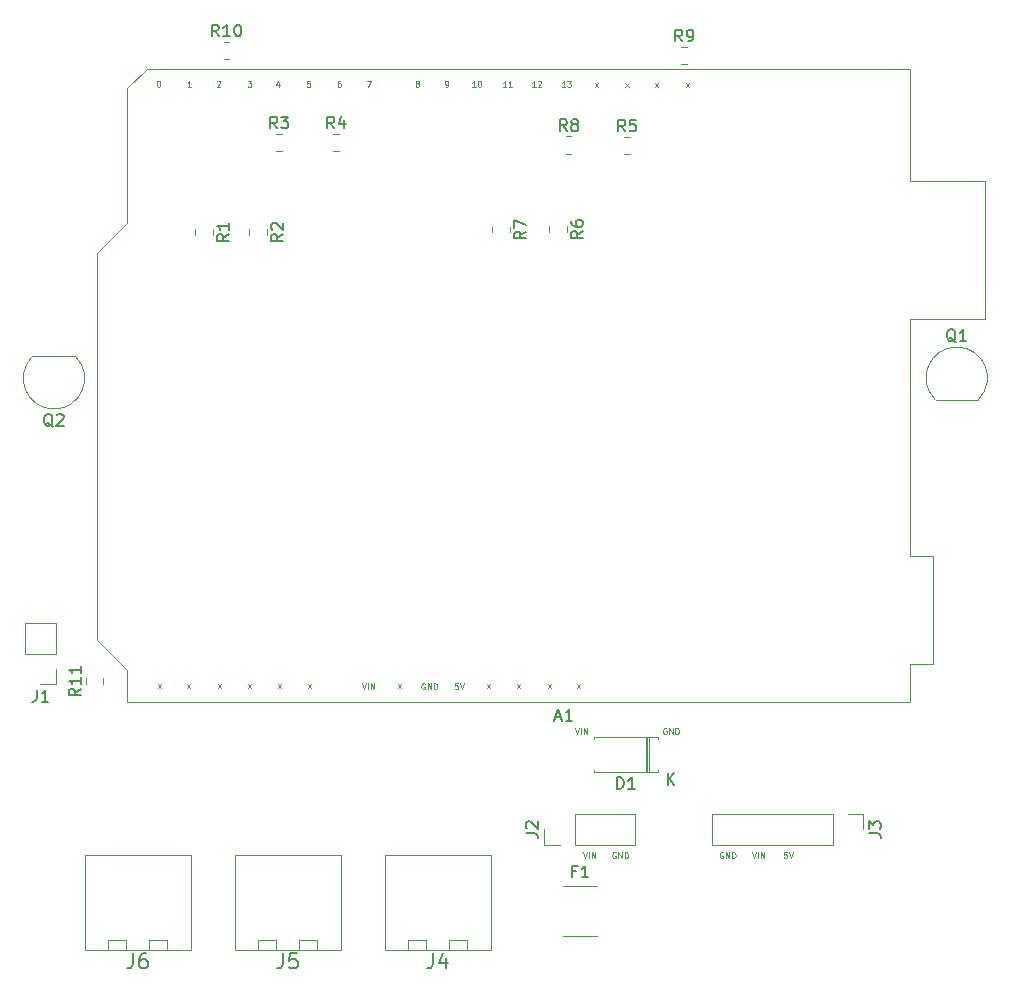
<source format=gbr>
%TF.GenerationSoftware,KiCad,Pcbnew,7.0.2*%
%TF.CreationDate,2023-04-27T19:49:05+02:00*%
%TF.ProjectId,CherrycountPCB,43686572-7279-4636-9f75-6e745043422e,rev?*%
%TF.SameCoordinates,Original*%
%TF.FileFunction,Legend,Top*%
%TF.FilePolarity,Positive*%
%FSLAX46Y46*%
G04 Gerber Fmt 4.6, Leading zero omitted, Abs format (unit mm)*
G04 Created by KiCad (PCBNEW 7.0.2) date 2023-04-27 19:49:05*
%MOMM*%
%LPD*%
G01*
G04 APERTURE LIST*
%ADD10C,0.100000*%
%ADD11C,0.150000*%
%ADD12C,0.120000*%
G04 APERTURE END LIST*
D10*
X144311428Y-66478809D02*
X144573333Y-66145476D01*
X144311428Y-66145476D02*
X144573333Y-66478809D01*
X107211428Y-117378809D02*
X107473333Y-117045476D01*
X107211428Y-117045476D02*
X107473333Y-117378809D01*
X116887619Y-116978809D02*
X117054285Y-117478809D01*
X117054285Y-117478809D02*
X117220952Y-116978809D01*
X117387618Y-117478809D02*
X117387618Y-116978809D01*
X117625713Y-117478809D02*
X117625713Y-116978809D01*
X117625713Y-116978809D02*
X117911427Y-117478809D01*
X117911427Y-117478809D02*
X117911427Y-116978809D01*
X99611428Y-117378809D02*
X99873333Y-117045476D01*
X99611428Y-117045476D02*
X99873333Y-117378809D01*
X112497142Y-65978809D02*
X112259047Y-65978809D01*
X112259047Y-65978809D02*
X112235238Y-66216904D01*
X112235238Y-66216904D02*
X112259047Y-66193095D01*
X112259047Y-66193095D02*
X112306666Y-66169285D01*
X112306666Y-66169285D02*
X112425714Y-66169285D01*
X112425714Y-66169285D02*
X112473333Y-66193095D01*
X112473333Y-66193095D02*
X112497142Y-66216904D01*
X112497142Y-66216904D02*
X112520952Y-66264523D01*
X112520952Y-66264523D02*
X112520952Y-66383571D01*
X112520952Y-66383571D02*
X112497142Y-66431190D01*
X112497142Y-66431190D02*
X112473333Y-66455000D01*
X112473333Y-66455000D02*
X112425714Y-66478809D01*
X112425714Y-66478809D02*
X112306666Y-66478809D01*
X112306666Y-66478809D02*
X112259047Y-66455000D01*
X112259047Y-66455000D02*
X112235238Y-66431190D01*
X142680952Y-120802619D02*
X142633333Y-120778809D01*
X142633333Y-120778809D02*
X142561904Y-120778809D01*
X142561904Y-120778809D02*
X142490476Y-120802619D01*
X142490476Y-120802619D02*
X142442857Y-120850238D01*
X142442857Y-120850238D02*
X142419047Y-120897857D01*
X142419047Y-120897857D02*
X142395238Y-120993095D01*
X142395238Y-120993095D02*
X142395238Y-121064523D01*
X142395238Y-121064523D02*
X142419047Y-121159761D01*
X142419047Y-121159761D02*
X142442857Y-121207380D01*
X142442857Y-121207380D02*
X142490476Y-121255000D01*
X142490476Y-121255000D02*
X142561904Y-121278809D01*
X142561904Y-121278809D02*
X142609523Y-121278809D01*
X142609523Y-121278809D02*
X142680952Y-121255000D01*
X142680952Y-121255000D02*
X142704761Y-121231190D01*
X142704761Y-121231190D02*
X142704761Y-121064523D01*
X142704761Y-121064523D02*
X142609523Y-121064523D01*
X142919047Y-121278809D02*
X142919047Y-120778809D01*
X142919047Y-120778809D02*
X143204761Y-121278809D01*
X143204761Y-121278809D02*
X143204761Y-120778809D01*
X143442857Y-121278809D02*
X143442857Y-120778809D01*
X143442857Y-120778809D02*
X143561905Y-120778809D01*
X143561905Y-120778809D02*
X143633333Y-120802619D01*
X143633333Y-120802619D02*
X143680952Y-120850238D01*
X143680952Y-120850238D02*
X143704762Y-120897857D01*
X143704762Y-120897857D02*
X143728571Y-120993095D01*
X143728571Y-120993095D02*
X143728571Y-121064523D01*
X143728571Y-121064523D02*
X143704762Y-121159761D01*
X143704762Y-121159761D02*
X143680952Y-121207380D01*
X143680952Y-121207380D02*
X143633333Y-121255000D01*
X143633333Y-121255000D02*
X143561905Y-121278809D01*
X143561905Y-121278809D02*
X143442857Y-121278809D01*
X134947619Y-120778809D02*
X135114285Y-121278809D01*
X135114285Y-121278809D02*
X135280952Y-120778809D01*
X135447618Y-121278809D02*
X135447618Y-120778809D01*
X135685713Y-121278809D02*
X135685713Y-120778809D01*
X135685713Y-120778809D02*
X135971427Y-121278809D01*
X135971427Y-121278809D02*
X135971427Y-120778809D01*
X149947619Y-131278809D02*
X150114285Y-131778809D01*
X150114285Y-131778809D02*
X150280952Y-131278809D01*
X150447618Y-131778809D02*
X150447618Y-131278809D01*
X150685713Y-131778809D02*
X150685713Y-131278809D01*
X150685713Y-131278809D02*
X150971427Y-131778809D01*
X150971427Y-131778809D02*
X150971427Y-131278809D01*
X109873333Y-66145476D02*
X109873333Y-66478809D01*
X109754285Y-65955000D02*
X109635238Y-66312142D01*
X109635238Y-66312142D02*
X109944761Y-66312142D01*
X139211428Y-66478809D02*
X139473333Y-66145476D01*
X139211428Y-66145476D02*
X139473333Y-66478809D01*
X135647619Y-131278809D02*
X135814285Y-131778809D01*
X135814285Y-131778809D02*
X135980952Y-131278809D01*
X136147618Y-131778809D02*
X136147618Y-131278809D01*
X136385713Y-131778809D02*
X136385713Y-131278809D01*
X136385713Y-131278809D02*
X136671427Y-131778809D01*
X136671427Y-131778809D02*
X136671427Y-131278809D01*
X122220952Y-117002619D02*
X122173333Y-116978809D01*
X122173333Y-116978809D02*
X122101904Y-116978809D01*
X122101904Y-116978809D02*
X122030476Y-117002619D01*
X122030476Y-117002619D02*
X121982857Y-117050238D01*
X121982857Y-117050238D02*
X121959047Y-117097857D01*
X121959047Y-117097857D02*
X121935238Y-117193095D01*
X121935238Y-117193095D02*
X121935238Y-117264523D01*
X121935238Y-117264523D02*
X121959047Y-117359761D01*
X121959047Y-117359761D02*
X121982857Y-117407380D01*
X121982857Y-117407380D02*
X122030476Y-117455000D01*
X122030476Y-117455000D02*
X122101904Y-117478809D01*
X122101904Y-117478809D02*
X122149523Y-117478809D01*
X122149523Y-117478809D02*
X122220952Y-117455000D01*
X122220952Y-117455000D02*
X122244761Y-117431190D01*
X122244761Y-117431190D02*
X122244761Y-117264523D01*
X122244761Y-117264523D02*
X122149523Y-117264523D01*
X122459047Y-117478809D02*
X122459047Y-116978809D01*
X122459047Y-116978809D02*
X122744761Y-117478809D01*
X122744761Y-117478809D02*
X122744761Y-116978809D01*
X122982857Y-117478809D02*
X122982857Y-116978809D01*
X122982857Y-116978809D02*
X123101905Y-116978809D01*
X123101905Y-116978809D02*
X123173333Y-117002619D01*
X123173333Y-117002619D02*
X123220952Y-117050238D01*
X123220952Y-117050238D02*
X123244762Y-117097857D01*
X123244762Y-117097857D02*
X123268571Y-117193095D01*
X123268571Y-117193095D02*
X123268571Y-117264523D01*
X123268571Y-117264523D02*
X123244762Y-117359761D01*
X123244762Y-117359761D02*
X123220952Y-117407380D01*
X123220952Y-117407380D02*
X123173333Y-117455000D01*
X123173333Y-117455000D02*
X123101905Y-117478809D01*
X123101905Y-117478809D02*
X122982857Y-117478809D01*
X130011428Y-117378809D02*
X130273333Y-117045476D01*
X130011428Y-117045476D02*
X130273333Y-117378809D01*
X112311428Y-117378809D02*
X112573333Y-117045476D01*
X112311428Y-117045476D02*
X112573333Y-117378809D01*
X121530476Y-66193095D02*
X121482857Y-66169285D01*
X121482857Y-66169285D02*
X121459047Y-66145476D01*
X121459047Y-66145476D02*
X121435238Y-66097857D01*
X121435238Y-66097857D02*
X121435238Y-66074047D01*
X121435238Y-66074047D02*
X121459047Y-66026428D01*
X121459047Y-66026428D02*
X121482857Y-66002619D01*
X121482857Y-66002619D02*
X121530476Y-65978809D01*
X121530476Y-65978809D02*
X121625714Y-65978809D01*
X121625714Y-65978809D02*
X121673333Y-66002619D01*
X121673333Y-66002619D02*
X121697142Y-66026428D01*
X121697142Y-66026428D02*
X121720952Y-66074047D01*
X121720952Y-66074047D02*
X121720952Y-66097857D01*
X121720952Y-66097857D02*
X121697142Y-66145476D01*
X121697142Y-66145476D02*
X121673333Y-66169285D01*
X121673333Y-66169285D02*
X121625714Y-66193095D01*
X121625714Y-66193095D02*
X121530476Y-66193095D01*
X121530476Y-66193095D02*
X121482857Y-66216904D01*
X121482857Y-66216904D02*
X121459047Y-66240714D01*
X121459047Y-66240714D02*
X121435238Y-66288333D01*
X121435238Y-66288333D02*
X121435238Y-66383571D01*
X121435238Y-66383571D02*
X121459047Y-66431190D01*
X121459047Y-66431190D02*
X121482857Y-66455000D01*
X121482857Y-66455000D02*
X121530476Y-66478809D01*
X121530476Y-66478809D02*
X121625714Y-66478809D01*
X121625714Y-66478809D02*
X121673333Y-66455000D01*
X121673333Y-66455000D02*
X121697142Y-66431190D01*
X121697142Y-66431190D02*
X121720952Y-66383571D01*
X121720952Y-66383571D02*
X121720952Y-66288333D01*
X121720952Y-66288333D02*
X121697142Y-66240714D01*
X121697142Y-66240714D02*
X121673333Y-66216904D01*
X121673333Y-66216904D02*
X121625714Y-66193095D01*
X104635238Y-66026428D02*
X104659047Y-66002619D01*
X104659047Y-66002619D02*
X104706666Y-65978809D01*
X104706666Y-65978809D02*
X104825714Y-65978809D01*
X104825714Y-65978809D02*
X104873333Y-66002619D01*
X104873333Y-66002619D02*
X104897142Y-66026428D01*
X104897142Y-66026428D02*
X104920952Y-66074047D01*
X104920952Y-66074047D02*
X104920952Y-66121666D01*
X104920952Y-66121666D02*
X104897142Y-66193095D01*
X104897142Y-66193095D02*
X104611428Y-66478809D01*
X104611428Y-66478809D02*
X104920952Y-66478809D01*
X147480952Y-131302619D02*
X147433333Y-131278809D01*
X147433333Y-131278809D02*
X147361904Y-131278809D01*
X147361904Y-131278809D02*
X147290476Y-131302619D01*
X147290476Y-131302619D02*
X147242857Y-131350238D01*
X147242857Y-131350238D02*
X147219047Y-131397857D01*
X147219047Y-131397857D02*
X147195238Y-131493095D01*
X147195238Y-131493095D02*
X147195238Y-131564523D01*
X147195238Y-131564523D02*
X147219047Y-131659761D01*
X147219047Y-131659761D02*
X147242857Y-131707380D01*
X147242857Y-131707380D02*
X147290476Y-131755000D01*
X147290476Y-131755000D02*
X147361904Y-131778809D01*
X147361904Y-131778809D02*
X147409523Y-131778809D01*
X147409523Y-131778809D02*
X147480952Y-131755000D01*
X147480952Y-131755000D02*
X147504761Y-131731190D01*
X147504761Y-131731190D02*
X147504761Y-131564523D01*
X147504761Y-131564523D02*
X147409523Y-131564523D01*
X147719047Y-131778809D02*
X147719047Y-131278809D01*
X147719047Y-131278809D02*
X148004761Y-131778809D01*
X148004761Y-131778809D02*
X148004761Y-131278809D01*
X148242857Y-131778809D02*
X148242857Y-131278809D01*
X148242857Y-131278809D02*
X148361905Y-131278809D01*
X148361905Y-131278809D02*
X148433333Y-131302619D01*
X148433333Y-131302619D02*
X148480952Y-131350238D01*
X148480952Y-131350238D02*
X148504762Y-131397857D01*
X148504762Y-131397857D02*
X148528571Y-131493095D01*
X148528571Y-131493095D02*
X148528571Y-131564523D01*
X148528571Y-131564523D02*
X148504762Y-131659761D01*
X148504762Y-131659761D02*
X148480952Y-131707380D01*
X148480952Y-131707380D02*
X148433333Y-131755000D01*
X148433333Y-131755000D02*
X148361905Y-131778809D01*
X148361905Y-131778809D02*
X148242857Y-131778809D01*
X107211428Y-65978809D02*
X107520952Y-65978809D01*
X107520952Y-65978809D02*
X107354285Y-66169285D01*
X107354285Y-66169285D02*
X107425714Y-66169285D01*
X107425714Y-66169285D02*
X107473333Y-66193095D01*
X107473333Y-66193095D02*
X107497142Y-66216904D01*
X107497142Y-66216904D02*
X107520952Y-66264523D01*
X107520952Y-66264523D02*
X107520952Y-66383571D01*
X107520952Y-66383571D02*
X107497142Y-66431190D01*
X107497142Y-66431190D02*
X107473333Y-66455000D01*
X107473333Y-66455000D02*
X107425714Y-66478809D01*
X107425714Y-66478809D02*
X107282857Y-66478809D01*
X107282857Y-66478809D02*
X107235238Y-66455000D01*
X107235238Y-66455000D02*
X107211428Y-66431190D01*
X127511428Y-117378809D02*
X127773333Y-117045476D01*
X127511428Y-117045476D02*
X127773333Y-117378809D01*
X152857142Y-131278809D02*
X152619047Y-131278809D01*
X152619047Y-131278809D02*
X152595238Y-131516904D01*
X152595238Y-131516904D02*
X152619047Y-131493095D01*
X152619047Y-131493095D02*
X152666666Y-131469285D01*
X152666666Y-131469285D02*
X152785714Y-131469285D01*
X152785714Y-131469285D02*
X152833333Y-131493095D01*
X152833333Y-131493095D02*
X152857142Y-131516904D01*
X152857142Y-131516904D02*
X152880952Y-131564523D01*
X152880952Y-131564523D02*
X152880952Y-131683571D01*
X152880952Y-131683571D02*
X152857142Y-131731190D01*
X152857142Y-131731190D02*
X152833333Y-131755000D01*
X152833333Y-131755000D02*
X152785714Y-131778809D01*
X152785714Y-131778809D02*
X152666666Y-131778809D01*
X152666666Y-131778809D02*
X152619047Y-131755000D01*
X152619047Y-131755000D02*
X152595238Y-131731190D01*
X153023809Y-131278809D02*
X153190475Y-131778809D01*
X153190475Y-131778809D02*
X153357142Y-131278809D01*
X124997142Y-116978809D02*
X124759047Y-116978809D01*
X124759047Y-116978809D02*
X124735238Y-117216904D01*
X124735238Y-117216904D02*
X124759047Y-117193095D01*
X124759047Y-117193095D02*
X124806666Y-117169285D01*
X124806666Y-117169285D02*
X124925714Y-117169285D01*
X124925714Y-117169285D02*
X124973333Y-117193095D01*
X124973333Y-117193095D02*
X124997142Y-117216904D01*
X124997142Y-117216904D02*
X125020952Y-117264523D01*
X125020952Y-117264523D02*
X125020952Y-117383571D01*
X125020952Y-117383571D02*
X124997142Y-117431190D01*
X124997142Y-117431190D02*
X124973333Y-117455000D01*
X124973333Y-117455000D02*
X124925714Y-117478809D01*
X124925714Y-117478809D02*
X124806666Y-117478809D01*
X124806666Y-117478809D02*
X124759047Y-117455000D01*
X124759047Y-117455000D02*
X124735238Y-117431190D01*
X125163809Y-116978809D02*
X125330475Y-117478809D01*
X125330475Y-117478809D02*
X125497142Y-116978809D01*
X109811428Y-117378809D02*
X110073333Y-117045476D01*
X109811428Y-117045476D02*
X110073333Y-117378809D01*
X102111428Y-117378809D02*
X102373333Y-117045476D01*
X102111428Y-117045476D02*
X102373333Y-117378809D01*
X138380952Y-131302619D02*
X138333333Y-131278809D01*
X138333333Y-131278809D02*
X138261904Y-131278809D01*
X138261904Y-131278809D02*
X138190476Y-131302619D01*
X138190476Y-131302619D02*
X138142857Y-131350238D01*
X138142857Y-131350238D02*
X138119047Y-131397857D01*
X138119047Y-131397857D02*
X138095238Y-131493095D01*
X138095238Y-131493095D02*
X138095238Y-131564523D01*
X138095238Y-131564523D02*
X138119047Y-131659761D01*
X138119047Y-131659761D02*
X138142857Y-131707380D01*
X138142857Y-131707380D02*
X138190476Y-131755000D01*
X138190476Y-131755000D02*
X138261904Y-131778809D01*
X138261904Y-131778809D02*
X138309523Y-131778809D01*
X138309523Y-131778809D02*
X138380952Y-131755000D01*
X138380952Y-131755000D02*
X138404761Y-131731190D01*
X138404761Y-131731190D02*
X138404761Y-131564523D01*
X138404761Y-131564523D02*
X138309523Y-131564523D01*
X138619047Y-131778809D02*
X138619047Y-131278809D01*
X138619047Y-131278809D02*
X138904761Y-131778809D01*
X138904761Y-131778809D02*
X138904761Y-131278809D01*
X139142857Y-131778809D02*
X139142857Y-131278809D01*
X139142857Y-131278809D02*
X139261905Y-131278809D01*
X139261905Y-131278809D02*
X139333333Y-131302619D01*
X139333333Y-131302619D02*
X139380952Y-131350238D01*
X139380952Y-131350238D02*
X139404762Y-131397857D01*
X139404762Y-131397857D02*
X139428571Y-131493095D01*
X139428571Y-131493095D02*
X139428571Y-131564523D01*
X139428571Y-131564523D02*
X139404762Y-131659761D01*
X139404762Y-131659761D02*
X139380952Y-131707380D01*
X139380952Y-131707380D02*
X139333333Y-131755000D01*
X139333333Y-131755000D02*
X139261905Y-131778809D01*
X139261905Y-131778809D02*
X139142857Y-131778809D01*
X132611428Y-117378809D02*
X132873333Y-117045476D01*
X132611428Y-117045476D02*
X132873333Y-117378809D01*
X117311428Y-65978809D02*
X117644761Y-65978809D01*
X117644761Y-65978809D02*
X117430476Y-66478809D01*
X136611428Y-66478809D02*
X136873333Y-66145476D01*
X136611428Y-66145476D02*
X136873333Y-66478809D01*
X104711428Y-117378809D02*
X104973333Y-117045476D01*
X104711428Y-117045476D02*
X104973333Y-117378809D01*
X126520952Y-66478809D02*
X126235238Y-66478809D01*
X126378095Y-66478809D02*
X126378095Y-65978809D01*
X126378095Y-65978809D02*
X126330476Y-66050238D01*
X126330476Y-66050238D02*
X126282857Y-66097857D01*
X126282857Y-66097857D02*
X126235238Y-66121666D01*
X126830475Y-65978809D02*
X126878094Y-65978809D01*
X126878094Y-65978809D02*
X126925713Y-66002619D01*
X126925713Y-66002619D02*
X126949523Y-66026428D01*
X126949523Y-66026428D02*
X126973332Y-66074047D01*
X126973332Y-66074047D02*
X126997142Y-66169285D01*
X126997142Y-66169285D02*
X126997142Y-66288333D01*
X126997142Y-66288333D02*
X126973332Y-66383571D01*
X126973332Y-66383571D02*
X126949523Y-66431190D01*
X126949523Y-66431190D02*
X126925713Y-66455000D01*
X126925713Y-66455000D02*
X126878094Y-66478809D01*
X126878094Y-66478809D02*
X126830475Y-66478809D01*
X126830475Y-66478809D02*
X126782856Y-66455000D01*
X126782856Y-66455000D02*
X126759047Y-66431190D01*
X126759047Y-66431190D02*
X126735237Y-66383571D01*
X126735237Y-66383571D02*
X126711428Y-66288333D01*
X126711428Y-66288333D02*
X126711428Y-66169285D01*
X126711428Y-66169285D02*
X126735237Y-66074047D01*
X126735237Y-66074047D02*
X126759047Y-66026428D01*
X126759047Y-66026428D02*
X126782856Y-66002619D01*
X126782856Y-66002619D02*
X126830475Y-65978809D01*
X134120952Y-66478809D02*
X133835238Y-66478809D01*
X133978095Y-66478809D02*
X133978095Y-65978809D01*
X133978095Y-65978809D02*
X133930476Y-66050238D01*
X133930476Y-66050238D02*
X133882857Y-66097857D01*
X133882857Y-66097857D02*
X133835238Y-66121666D01*
X134287618Y-65978809D02*
X134597142Y-65978809D01*
X134597142Y-65978809D02*
X134430475Y-66169285D01*
X134430475Y-66169285D02*
X134501904Y-66169285D01*
X134501904Y-66169285D02*
X134549523Y-66193095D01*
X134549523Y-66193095D02*
X134573332Y-66216904D01*
X134573332Y-66216904D02*
X134597142Y-66264523D01*
X134597142Y-66264523D02*
X134597142Y-66383571D01*
X134597142Y-66383571D02*
X134573332Y-66431190D01*
X134573332Y-66431190D02*
X134549523Y-66455000D01*
X134549523Y-66455000D02*
X134501904Y-66478809D01*
X134501904Y-66478809D02*
X134359047Y-66478809D01*
X134359047Y-66478809D02*
X134311428Y-66455000D01*
X134311428Y-66455000D02*
X134287618Y-66431190D01*
X115073333Y-65978809D02*
X114978095Y-65978809D01*
X114978095Y-65978809D02*
X114930476Y-66002619D01*
X114930476Y-66002619D02*
X114906666Y-66026428D01*
X114906666Y-66026428D02*
X114859047Y-66097857D01*
X114859047Y-66097857D02*
X114835238Y-66193095D01*
X114835238Y-66193095D02*
X114835238Y-66383571D01*
X114835238Y-66383571D02*
X114859047Y-66431190D01*
X114859047Y-66431190D02*
X114882857Y-66455000D01*
X114882857Y-66455000D02*
X114930476Y-66478809D01*
X114930476Y-66478809D02*
X115025714Y-66478809D01*
X115025714Y-66478809D02*
X115073333Y-66455000D01*
X115073333Y-66455000D02*
X115097142Y-66431190D01*
X115097142Y-66431190D02*
X115120952Y-66383571D01*
X115120952Y-66383571D02*
X115120952Y-66264523D01*
X115120952Y-66264523D02*
X115097142Y-66216904D01*
X115097142Y-66216904D02*
X115073333Y-66193095D01*
X115073333Y-66193095D02*
X115025714Y-66169285D01*
X115025714Y-66169285D02*
X114930476Y-66169285D01*
X114930476Y-66169285D02*
X114882857Y-66193095D01*
X114882857Y-66193095D02*
X114859047Y-66216904D01*
X114859047Y-66216904D02*
X114835238Y-66264523D01*
X129120952Y-66478809D02*
X128835238Y-66478809D01*
X128978095Y-66478809D02*
X128978095Y-65978809D01*
X128978095Y-65978809D02*
X128930476Y-66050238D01*
X128930476Y-66050238D02*
X128882857Y-66097857D01*
X128882857Y-66097857D02*
X128835238Y-66121666D01*
X129597142Y-66478809D02*
X129311428Y-66478809D01*
X129454285Y-66478809D02*
X129454285Y-65978809D01*
X129454285Y-65978809D02*
X129406666Y-66050238D01*
X129406666Y-66050238D02*
X129359047Y-66097857D01*
X129359047Y-66097857D02*
X129311428Y-66121666D01*
X131620952Y-66478809D02*
X131335238Y-66478809D01*
X131478095Y-66478809D02*
X131478095Y-65978809D01*
X131478095Y-65978809D02*
X131430476Y-66050238D01*
X131430476Y-66050238D02*
X131382857Y-66097857D01*
X131382857Y-66097857D02*
X131335238Y-66121666D01*
X131811428Y-66026428D02*
X131835237Y-66002619D01*
X131835237Y-66002619D02*
X131882856Y-65978809D01*
X131882856Y-65978809D02*
X132001904Y-65978809D01*
X132001904Y-65978809D02*
X132049523Y-66002619D01*
X132049523Y-66002619D02*
X132073332Y-66026428D01*
X132073332Y-66026428D02*
X132097142Y-66074047D01*
X132097142Y-66074047D02*
X132097142Y-66121666D01*
X132097142Y-66121666D02*
X132073332Y-66193095D01*
X132073332Y-66193095D02*
X131787618Y-66478809D01*
X131787618Y-66478809D02*
X132097142Y-66478809D01*
X99654285Y-65978809D02*
X99701904Y-65978809D01*
X99701904Y-65978809D02*
X99749523Y-66002619D01*
X99749523Y-66002619D02*
X99773333Y-66026428D01*
X99773333Y-66026428D02*
X99797142Y-66074047D01*
X99797142Y-66074047D02*
X99820952Y-66169285D01*
X99820952Y-66169285D02*
X99820952Y-66288333D01*
X99820952Y-66288333D02*
X99797142Y-66383571D01*
X99797142Y-66383571D02*
X99773333Y-66431190D01*
X99773333Y-66431190D02*
X99749523Y-66455000D01*
X99749523Y-66455000D02*
X99701904Y-66478809D01*
X99701904Y-66478809D02*
X99654285Y-66478809D01*
X99654285Y-66478809D02*
X99606666Y-66455000D01*
X99606666Y-66455000D02*
X99582857Y-66431190D01*
X99582857Y-66431190D02*
X99559047Y-66383571D01*
X99559047Y-66383571D02*
X99535238Y-66288333D01*
X99535238Y-66288333D02*
X99535238Y-66169285D01*
X99535238Y-66169285D02*
X99559047Y-66074047D01*
X99559047Y-66074047D02*
X99582857Y-66026428D01*
X99582857Y-66026428D02*
X99606666Y-66002619D01*
X99606666Y-66002619D02*
X99654285Y-65978809D01*
X119911428Y-117378809D02*
X120173333Y-117045476D01*
X119911428Y-117045476D02*
X120173333Y-117378809D01*
X123982857Y-66478809D02*
X124078095Y-66478809D01*
X124078095Y-66478809D02*
X124125714Y-66455000D01*
X124125714Y-66455000D02*
X124149523Y-66431190D01*
X124149523Y-66431190D02*
X124197142Y-66359761D01*
X124197142Y-66359761D02*
X124220952Y-66264523D01*
X124220952Y-66264523D02*
X124220952Y-66074047D01*
X124220952Y-66074047D02*
X124197142Y-66026428D01*
X124197142Y-66026428D02*
X124173333Y-66002619D01*
X124173333Y-66002619D02*
X124125714Y-65978809D01*
X124125714Y-65978809D02*
X124030476Y-65978809D01*
X124030476Y-65978809D02*
X123982857Y-66002619D01*
X123982857Y-66002619D02*
X123959047Y-66026428D01*
X123959047Y-66026428D02*
X123935238Y-66074047D01*
X123935238Y-66074047D02*
X123935238Y-66193095D01*
X123935238Y-66193095D02*
X123959047Y-66240714D01*
X123959047Y-66240714D02*
X123982857Y-66264523D01*
X123982857Y-66264523D02*
X124030476Y-66288333D01*
X124030476Y-66288333D02*
X124125714Y-66288333D01*
X124125714Y-66288333D02*
X124173333Y-66264523D01*
X124173333Y-66264523D02*
X124197142Y-66240714D01*
X124197142Y-66240714D02*
X124220952Y-66193095D01*
X141711428Y-66478809D02*
X141973333Y-66145476D01*
X141711428Y-66145476D02*
X141973333Y-66478809D01*
X135111428Y-117378809D02*
X135373333Y-117045476D01*
X135111428Y-117045476D02*
X135373333Y-117378809D01*
X102420952Y-66478809D02*
X102135238Y-66478809D01*
X102278095Y-66478809D02*
X102278095Y-65978809D01*
X102278095Y-65978809D02*
X102230476Y-66050238D01*
X102230476Y-66050238D02*
X102182857Y-66097857D01*
X102182857Y-66097857D02*
X102135238Y-66121666D01*
D11*
%TO.C,R9*%
X144009333Y-62630619D02*
X143676000Y-62154428D01*
X143437905Y-62630619D02*
X143437905Y-61630619D01*
X143437905Y-61630619D02*
X143818857Y-61630619D01*
X143818857Y-61630619D02*
X143914095Y-61678238D01*
X143914095Y-61678238D02*
X143961714Y-61725857D01*
X143961714Y-61725857D02*
X144009333Y-61821095D01*
X144009333Y-61821095D02*
X144009333Y-61963952D01*
X144009333Y-61963952D02*
X143961714Y-62059190D01*
X143961714Y-62059190D02*
X143914095Y-62106809D01*
X143914095Y-62106809D02*
X143818857Y-62154428D01*
X143818857Y-62154428D02*
X143437905Y-62154428D01*
X144485524Y-62630619D02*
X144676000Y-62630619D01*
X144676000Y-62630619D02*
X144771238Y-62583000D01*
X144771238Y-62583000D02*
X144818857Y-62535380D01*
X144818857Y-62535380D02*
X144914095Y-62392523D01*
X144914095Y-62392523D02*
X144961714Y-62202047D01*
X144961714Y-62202047D02*
X144961714Y-61821095D01*
X144961714Y-61821095D02*
X144914095Y-61725857D01*
X144914095Y-61725857D02*
X144866476Y-61678238D01*
X144866476Y-61678238D02*
X144771238Y-61630619D01*
X144771238Y-61630619D02*
X144580762Y-61630619D01*
X144580762Y-61630619D02*
X144485524Y-61678238D01*
X144485524Y-61678238D02*
X144437905Y-61725857D01*
X144437905Y-61725857D02*
X144390286Y-61821095D01*
X144390286Y-61821095D02*
X144390286Y-62059190D01*
X144390286Y-62059190D02*
X144437905Y-62154428D01*
X144437905Y-62154428D02*
X144485524Y-62202047D01*
X144485524Y-62202047D02*
X144580762Y-62249666D01*
X144580762Y-62249666D02*
X144771238Y-62249666D01*
X144771238Y-62249666D02*
X144866476Y-62202047D01*
X144866476Y-62202047D02*
X144914095Y-62154428D01*
X144914095Y-62154428D02*
X144961714Y-62059190D01*
%TO.C,R8*%
X134245333Y-70229619D02*
X133912000Y-69753428D01*
X133673905Y-70229619D02*
X133673905Y-69229619D01*
X133673905Y-69229619D02*
X134054857Y-69229619D01*
X134054857Y-69229619D02*
X134150095Y-69277238D01*
X134150095Y-69277238D02*
X134197714Y-69324857D01*
X134197714Y-69324857D02*
X134245333Y-69420095D01*
X134245333Y-69420095D02*
X134245333Y-69562952D01*
X134245333Y-69562952D02*
X134197714Y-69658190D01*
X134197714Y-69658190D02*
X134150095Y-69705809D01*
X134150095Y-69705809D02*
X134054857Y-69753428D01*
X134054857Y-69753428D02*
X133673905Y-69753428D01*
X134816762Y-69658190D02*
X134721524Y-69610571D01*
X134721524Y-69610571D02*
X134673905Y-69562952D01*
X134673905Y-69562952D02*
X134626286Y-69467714D01*
X134626286Y-69467714D02*
X134626286Y-69420095D01*
X134626286Y-69420095D02*
X134673905Y-69324857D01*
X134673905Y-69324857D02*
X134721524Y-69277238D01*
X134721524Y-69277238D02*
X134816762Y-69229619D01*
X134816762Y-69229619D02*
X135007238Y-69229619D01*
X135007238Y-69229619D02*
X135102476Y-69277238D01*
X135102476Y-69277238D02*
X135150095Y-69324857D01*
X135150095Y-69324857D02*
X135197714Y-69420095D01*
X135197714Y-69420095D02*
X135197714Y-69467714D01*
X135197714Y-69467714D02*
X135150095Y-69562952D01*
X135150095Y-69562952D02*
X135102476Y-69610571D01*
X135102476Y-69610571D02*
X135007238Y-69658190D01*
X135007238Y-69658190D02*
X134816762Y-69658190D01*
X134816762Y-69658190D02*
X134721524Y-69705809D01*
X134721524Y-69705809D02*
X134673905Y-69753428D01*
X134673905Y-69753428D02*
X134626286Y-69848666D01*
X134626286Y-69848666D02*
X134626286Y-70039142D01*
X134626286Y-70039142D02*
X134673905Y-70134380D01*
X134673905Y-70134380D02*
X134721524Y-70182000D01*
X134721524Y-70182000D02*
X134816762Y-70229619D01*
X134816762Y-70229619D02*
X135007238Y-70229619D01*
X135007238Y-70229619D02*
X135102476Y-70182000D01*
X135102476Y-70182000D02*
X135150095Y-70134380D01*
X135150095Y-70134380D02*
X135197714Y-70039142D01*
X135197714Y-70039142D02*
X135197714Y-69848666D01*
X135197714Y-69848666D02*
X135150095Y-69753428D01*
X135150095Y-69753428D02*
X135102476Y-69705809D01*
X135102476Y-69705809D02*
X135007238Y-69658190D01*
%TO.C,R2*%
X110204619Y-78954666D02*
X109728428Y-79287999D01*
X110204619Y-79526094D02*
X109204619Y-79526094D01*
X109204619Y-79526094D02*
X109204619Y-79145142D01*
X109204619Y-79145142D02*
X109252238Y-79049904D01*
X109252238Y-79049904D02*
X109299857Y-79002285D01*
X109299857Y-79002285D02*
X109395095Y-78954666D01*
X109395095Y-78954666D02*
X109537952Y-78954666D01*
X109537952Y-78954666D02*
X109633190Y-79002285D01*
X109633190Y-79002285D02*
X109680809Y-79049904D01*
X109680809Y-79049904D02*
X109728428Y-79145142D01*
X109728428Y-79145142D02*
X109728428Y-79526094D01*
X109299857Y-78573713D02*
X109252238Y-78526094D01*
X109252238Y-78526094D02*
X109204619Y-78430856D01*
X109204619Y-78430856D02*
X109204619Y-78192761D01*
X109204619Y-78192761D02*
X109252238Y-78097523D01*
X109252238Y-78097523D02*
X109299857Y-78049904D01*
X109299857Y-78049904D02*
X109395095Y-78002285D01*
X109395095Y-78002285D02*
X109490333Y-78002285D01*
X109490333Y-78002285D02*
X109633190Y-78049904D01*
X109633190Y-78049904D02*
X110204619Y-78621332D01*
X110204619Y-78621332D02*
X110204619Y-78002285D01*
%TO.C,J2*%
X130774619Y-129683333D02*
X131488904Y-129683333D01*
X131488904Y-129683333D02*
X131631761Y-129730952D01*
X131631761Y-129730952D02*
X131727000Y-129826190D01*
X131727000Y-129826190D02*
X131774619Y-129969047D01*
X131774619Y-129969047D02*
X131774619Y-130064285D01*
X130869857Y-129254761D02*
X130822238Y-129207142D01*
X130822238Y-129207142D02*
X130774619Y-129111904D01*
X130774619Y-129111904D02*
X130774619Y-128873809D01*
X130774619Y-128873809D02*
X130822238Y-128778571D01*
X130822238Y-128778571D02*
X130869857Y-128730952D01*
X130869857Y-128730952D02*
X130965095Y-128683333D01*
X130965095Y-128683333D02*
X131060333Y-128683333D01*
X131060333Y-128683333D02*
X131203190Y-128730952D01*
X131203190Y-128730952D02*
X131774619Y-129302380D01*
X131774619Y-129302380D02*
X131774619Y-128683333D01*
%TO.C,Q1*%
X167164761Y-88107857D02*
X167069523Y-88060238D01*
X167069523Y-88060238D02*
X166974285Y-87965000D01*
X166974285Y-87965000D02*
X166831428Y-87822142D01*
X166831428Y-87822142D02*
X166736190Y-87774523D01*
X166736190Y-87774523D02*
X166640952Y-87774523D01*
X166688571Y-88012619D02*
X166593333Y-87965000D01*
X166593333Y-87965000D02*
X166498095Y-87869761D01*
X166498095Y-87869761D02*
X166450476Y-87679285D01*
X166450476Y-87679285D02*
X166450476Y-87345952D01*
X166450476Y-87345952D02*
X166498095Y-87155476D01*
X166498095Y-87155476D02*
X166593333Y-87060238D01*
X166593333Y-87060238D02*
X166688571Y-87012619D01*
X166688571Y-87012619D02*
X166879047Y-87012619D01*
X166879047Y-87012619D02*
X166974285Y-87060238D01*
X166974285Y-87060238D02*
X167069523Y-87155476D01*
X167069523Y-87155476D02*
X167117142Y-87345952D01*
X167117142Y-87345952D02*
X167117142Y-87679285D01*
X167117142Y-87679285D02*
X167069523Y-87869761D01*
X167069523Y-87869761D02*
X166974285Y-87965000D01*
X166974285Y-87965000D02*
X166879047Y-88012619D01*
X166879047Y-88012619D02*
X166688571Y-88012619D01*
X168069523Y-88012619D02*
X167498095Y-88012619D01*
X167783809Y-88012619D02*
X167783809Y-87012619D01*
X167783809Y-87012619D02*
X167688571Y-87155476D01*
X167688571Y-87155476D02*
X167593333Y-87250714D01*
X167593333Y-87250714D02*
X167498095Y-87298333D01*
%TO.C,R3*%
X109719333Y-69996619D02*
X109386000Y-69520428D01*
X109147905Y-69996619D02*
X109147905Y-68996619D01*
X109147905Y-68996619D02*
X109528857Y-68996619D01*
X109528857Y-68996619D02*
X109624095Y-69044238D01*
X109624095Y-69044238D02*
X109671714Y-69091857D01*
X109671714Y-69091857D02*
X109719333Y-69187095D01*
X109719333Y-69187095D02*
X109719333Y-69329952D01*
X109719333Y-69329952D02*
X109671714Y-69425190D01*
X109671714Y-69425190D02*
X109624095Y-69472809D01*
X109624095Y-69472809D02*
X109528857Y-69520428D01*
X109528857Y-69520428D02*
X109147905Y-69520428D01*
X110052667Y-68996619D02*
X110671714Y-68996619D01*
X110671714Y-68996619D02*
X110338381Y-69377571D01*
X110338381Y-69377571D02*
X110481238Y-69377571D01*
X110481238Y-69377571D02*
X110576476Y-69425190D01*
X110576476Y-69425190D02*
X110624095Y-69472809D01*
X110624095Y-69472809D02*
X110671714Y-69568047D01*
X110671714Y-69568047D02*
X110671714Y-69806142D01*
X110671714Y-69806142D02*
X110624095Y-69901380D01*
X110624095Y-69901380D02*
X110576476Y-69949000D01*
X110576476Y-69949000D02*
X110481238Y-69996619D01*
X110481238Y-69996619D02*
X110195524Y-69996619D01*
X110195524Y-69996619D02*
X110100286Y-69949000D01*
X110100286Y-69949000D02*
X110052667Y-69901380D01*
%TO.C,J4*%
X122886667Y-139857526D02*
X122886667Y-140764669D01*
X122886667Y-140764669D02*
X122826190Y-140946097D01*
X122826190Y-140946097D02*
X122705238Y-141067050D01*
X122705238Y-141067050D02*
X122523809Y-141127526D01*
X122523809Y-141127526D02*
X122402857Y-141127526D01*
X124035714Y-140280859D02*
X124035714Y-141127526D01*
X123733333Y-139797050D02*
X123430952Y-140704192D01*
X123430952Y-140704192D02*
X124217143Y-140704192D01*
%TO.C,R1*%
X105632619Y-78954666D02*
X105156428Y-79287999D01*
X105632619Y-79526094D02*
X104632619Y-79526094D01*
X104632619Y-79526094D02*
X104632619Y-79145142D01*
X104632619Y-79145142D02*
X104680238Y-79049904D01*
X104680238Y-79049904D02*
X104727857Y-79002285D01*
X104727857Y-79002285D02*
X104823095Y-78954666D01*
X104823095Y-78954666D02*
X104965952Y-78954666D01*
X104965952Y-78954666D02*
X105061190Y-79002285D01*
X105061190Y-79002285D02*
X105108809Y-79049904D01*
X105108809Y-79049904D02*
X105156428Y-79145142D01*
X105156428Y-79145142D02*
X105156428Y-79526094D01*
X105632619Y-78002285D02*
X105632619Y-78573713D01*
X105632619Y-78287999D02*
X104632619Y-78287999D01*
X104632619Y-78287999D02*
X104775476Y-78383237D01*
X104775476Y-78383237D02*
X104870714Y-78478475D01*
X104870714Y-78478475D02*
X104918333Y-78573713D01*
%TO.C,F1*%
X135026666Y-132886809D02*
X134693333Y-132886809D01*
X134693333Y-133410619D02*
X134693333Y-132410619D01*
X134693333Y-132410619D02*
X135169523Y-132410619D01*
X136074285Y-133410619D02*
X135502857Y-133410619D01*
X135788571Y-133410619D02*
X135788571Y-132410619D01*
X135788571Y-132410619D02*
X135693333Y-132553476D01*
X135693333Y-132553476D02*
X135598095Y-132648714D01*
X135598095Y-132648714D02*
X135502857Y-132696333D01*
%TO.C,Q2*%
X90724761Y-95277857D02*
X90629523Y-95230238D01*
X90629523Y-95230238D02*
X90534285Y-95135000D01*
X90534285Y-95135000D02*
X90391428Y-94992142D01*
X90391428Y-94992142D02*
X90296190Y-94944523D01*
X90296190Y-94944523D02*
X90200952Y-94944523D01*
X90248571Y-95182619D02*
X90153333Y-95135000D01*
X90153333Y-95135000D02*
X90058095Y-95039761D01*
X90058095Y-95039761D02*
X90010476Y-94849285D01*
X90010476Y-94849285D02*
X90010476Y-94515952D01*
X90010476Y-94515952D02*
X90058095Y-94325476D01*
X90058095Y-94325476D02*
X90153333Y-94230238D01*
X90153333Y-94230238D02*
X90248571Y-94182619D01*
X90248571Y-94182619D02*
X90439047Y-94182619D01*
X90439047Y-94182619D02*
X90534285Y-94230238D01*
X90534285Y-94230238D02*
X90629523Y-94325476D01*
X90629523Y-94325476D02*
X90677142Y-94515952D01*
X90677142Y-94515952D02*
X90677142Y-94849285D01*
X90677142Y-94849285D02*
X90629523Y-95039761D01*
X90629523Y-95039761D02*
X90534285Y-95135000D01*
X90534285Y-95135000D02*
X90439047Y-95182619D01*
X90439047Y-95182619D02*
X90248571Y-95182619D01*
X91058095Y-94277857D02*
X91105714Y-94230238D01*
X91105714Y-94230238D02*
X91200952Y-94182619D01*
X91200952Y-94182619D02*
X91439047Y-94182619D01*
X91439047Y-94182619D02*
X91534285Y-94230238D01*
X91534285Y-94230238D02*
X91581904Y-94277857D01*
X91581904Y-94277857D02*
X91629523Y-94373095D01*
X91629523Y-94373095D02*
X91629523Y-94468333D01*
X91629523Y-94468333D02*
X91581904Y-94611190D01*
X91581904Y-94611190D02*
X91010476Y-95182619D01*
X91010476Y-95182619D02*
X91629523Y-95182619D01*
%TO.C,J5*%
X110186667Y-139857526D02*
X110186667Y-140764669D01*
X110186667Y-140764669D02*
X110126190Y-140946097D01*
X110126190Y-140946097D02*
X110005238Y-141067050D01*
X110005238Y-141067050D02*
X109823809Y-141127526D01*
X109823809Y-141127526D02*
X109702857Y-141127526D01*
X111396190Y-139857526D02*
X110791428Y-139857526D01*
X110791428Y-139857526D02*
X110730952Y-140462288D01*
X110730952Y-140462288D02*
X110791428Y-140401811D01*
X110791428Y-140401811D02*
X110912381Y-140341335D01*
X110912381Y-140341335D02*
X111214762Y-140341335D01*
X111214762Y-140341335D02*
X111335714Y-140401811D01*
X111335714Y-140401811D02*
X111396190Y-140462288D01*
X111396190Y-140462288D02*
X111456667Y-140583240D01*
X111456667Y-140583240D02*
X111456667Y-140885621D01*
X111456667Y-140885621D02*
X111396190Y-141006573D01*
X111396190Y-141006573D02*
X111335714Y-141067050D01*
X111335714Y-141067050D02*
X111214762Y-141127526D01*
X111214762Y-141127526D02*
X110912381Y-141127526D01*
X110912381Y-141127526D02*
X110791428Y-141067050D01*
X110791428Y-141067050D02*
X110730952Y-141006573D01*
%TO.C,R11*%
X93082619Y-117442857D02*
X92606428Y-117776190D01*
X93082619Y-118014285D02*
X92082619Y-118014285D01*
X92082619Y-118014285D02*
X92082619Y-117633333D01*
X92082619Y-117633333D02*
X92130238Y-117538095D01*
X92130238Y-117538095D02*
X92177857Y-117490476D01*
X92177857Y-117490476D02*
X92273095Y-117442857D01*
X92273095Y-117442857D02*
X92415952Y-117442857D01*
X92415952Y-117442857D02*
X92511190Y-117490476D01*
X92511190Y-117490476D02*
X92558809Y-117538095D01*
X92558809Y-117538095D02*
X92606428Y-117633333D01*
X92606428Y-117633333D02*
X92606428Y-118014285D01*
X93082619Y-116490476D02*
X93082619Y-117061904D01*
X93082619Y-116776190D02*
X92082619Y-116776190D01*
X92082619Y-116776190D02*
X92225476Y-116871428D01*
X92225476Y-116871428D02*
X92320714Y-116966666D01*
X92320714Y-116966666D02*
X92368333Y-117061904D01*
X93082619Y-115538095D02*
X93082619Y-116109523D01*
X93082619Y-115823809D02*
X92082619Y-115823809D01*
X92082619Y-115823809D02*
X92225476Y-115919047D01*
X92225476Y-115919047D02*
X92320714Y-116014285D01*
X92320714Y-116014285D02*
X92368333Y-116109523D01*
%TO.C,R7*%
X130778619Y-78732666D02*
X130302428Y-79065999D01*
X130778619Y-79304094D02*
X129778619Y-79304094D01*
X129778619Y-79304094D02*
X129778619Y-78923142D01*
X129778619Y-78923142D02*
X129826238Y-78827904D01*
X129826238Y-78827904D02*
X129873857Y-78780285D01*
X129873857Y-78780285D02*
X129969095Y-78732666D01*
X129969095Y-78732666D02*
X130111952Y-78732666D01*
X130111952Y-78732666D02*
X130207190Y-78780285D01*
X130207190Y-78780285D02*
X130254809Y-78827904D01*
X130254809Y-78827904D02*
X130302428Y-78923142D01*
X130302428Y-78923142D02*
X130302428Y-79304094D01*
X129778619Y-78399332D02*
X129778619Y-77732666D01*
X129778619Y-77732666D02*
X130778619Y-78161237D01*
%TO.C,J6*%
X97486667Y-139857526D02*
X97486667Y-140764669D01*
X97486667Y-140764669D02*
X97426190Y-140946097D01*
X97426190Y-140946097D02*
X97305238Y-141067050D01*
X97305238Y-141067050D02*
X97123809Y-141127526D01*
X97123809Y-141127526D02*
X97002857Y-141127526D01*
X98635714Y-139857526D02*
X98393809Y-139857526D01*
X98393809Y-139857526D02*
X98272857Y-139918002D01*
X98272857Y-139918002D02*
X98212381Y-139978478D01*
X98212381Y-139978478D02*
X98091428Y-140159907D01*
X98091428Y-140159907D02*
X98030952Y-140401811D01*
X98030952Y-140401811D02*
X98030952Y-140885621D01*
X98030952Y-140885621D02*
X98091428Y-141006573D01*
X98091428Y-141006573D02*
X98151905Y-141067050D01*
X98151905Y-141067050D02*
X98272857Y-141127526D01*
X98272857Y-141127526D02*
X98514762Y-141127526D01*
X98514762Y-141127526D02*
X98635714Y-141067050D01*
X98635714Y-141067050D02*
X98696190Y-141006573D01*
X98696190Y-141006573D02*
X98756667Y-140885621D01*
X98756667Y-140885621D02*
X98756667Y-140583240D01*
X98756667Y-140583240D02*
X98696190Y-140462288D01*
X98696190Y-140462288D02*
X98635714Y-140401811D01*
X98635714Y-140401811D02*
X98514762Y-140341335D01*
X98514762Y-140341335D02*
X98272857Y-140341335D01*
X98272857Y-140341335D02*
X98151905Y-140401811D01*
X98151905Y-140401811D02*
X98091428Y-140462288D01*
X98091428Y-140462288D02*
X98030952Y-140583240D01*
%TO.C,J3*%
X159818619Y-129683333D02*
X160532904Y-129683333D01*
X160532904Y-129683333D02*
X160675761Y-129730952D01*
X160675761Y-129730952D02*
X160771000Y-129826190D01*
X160771000Y-129826190D02*
X160818619Y-129969047D01*
X160818619Y-129969047D02*
X160818619Y-130064285D01*
X159818619Y-129302380D02*
X159818619Y-128683333D01*
X159818619Y-128683333D02*
X160199571Y-129016666D01*
X160199571Y-129016666D02*
X160199571Y-128873809D01*
X160199571Y-128873809D02*
X160247190Y-128778571D01*
X160247190Y-128778571D02*
X160294809Y-128730952D01*
X160294809Y-128730952D02*
X160390047Y-128683333D01*
X160390047Y-128683333D02*
X160628142Y-128683333D01*
X160628142Y-128683333D02*
X160723380Y-128730952D01*
X160723380Y-128730952D02*
X160771000Y-128778571D01*
X160771000Y-128778571D02*
X160818619Y-128873809D01*
X160818619Y-128873809D02*
X160818619Y-129159523D01*
X160818619Y-129159523D02*
X160771000Y-129254761D01*
X160771000Y-129254761D02*
X160723380Y-129302380D01*
%TO.C,J1*%
X89346666Y-117542619D02*
X89346666Y-118256904D01*
X89346666Y-118256904D02*
X89299047Y-118399761D01*
X89299047Y-118399761D02*
X89203809Y-118495000D01*
X89203809Y-118495000D02*
X89060952Y-118542619D01*
X89060952Y-118542619D02*
X88965714Y-118542619D01*
X90346666Y-118542619D02*
X89775238Y-118542619D01*
X90060952Y-118542619D02*
X90060952Y-117542619D01*
X90060952Y-117542619D02*
X89965714Y-117685476D01*
X89965714Y-117685476D02*
X89870476Y-117780714D01*
X89870476Y-117780714D02*
X89775238Y-117828333D01*
%TO.C,A1*%
X133285714Y-119874904D02*
X133761904Y-119874904D01*
X133190476Y-120160619D02*
X133523809Y-119160619D01*
X133523809Y-119160619D02*
X133857142Y-120160619D01*
X134714285Y-120160619D02*
X134142857Y-120160619D01*
X134428571Y-120160619D02*
X134428571Y-119160619D01*
X134428571Y-119160619D02*
X134333333Y-119303476D01*
X134333333Y-119303476D02*
X134238095Y-119398714D01*
X134238095Y-119398714D02*
X134142857Y-119446333D01*
%TO.C,R6*%
X135604619Y-78700666D02*
X135128428Y-79033999D01*
X135604619Y-79272094D02*
X134604619Y-79272094D01*
X134604619Y-79272094D02*
X134604619Y-78891142D01*
X134604619Y-78891142D02*
X134652238Y-78795904D01*
X134652238Y-78795904D02*
X134699857Y-78748285D01*
X134699857Y-78748285D02*
X134795095Y-78700666D01*
X134795095Y-78700666D02*
X134937952Y-78700666D01*
X134937952Y-78700666D02*
X135033190Y-78748285D01*
X135033190Y-78748285D02*
X135080809Y-78795904D01*
X135080809Y-78795904D02*
X135128428Y-78891142D01*
X135128428Y-78891142D02*
X135128428Y-79272094D01*
X134604619Y-77843523D02*
X134604619Y-78033999D01*
X134604619Y-78033999D02*
X134652238Y-78129237D01*
X134652238Y-78129237D02*
X134699857Y-78176856D01*
X134699857Y-78176856D02*
X134842714Y-78272094D01*
X134842714Y-78272094D02*
X135033190Y-78319713D01*
X135033190Y-78319713D02*
X135414142Y-78319713D01*
X135414142Y-78319713D02*
X135509380Y-78272094D01*
X135509380Y-78272094D02*
X135557000Y-78224475D01*
X135557000Y-78224475D02*
X135604619Y-78129237D01*
X135604619Y-78129237D02*
X135604619Y-77938761D01*
X135604619Y-77938761D02*
X135557000Y-77843523D01*
X135557000Y-77843523D02*
X135509380Y-77795904D01*
X135509380Y-77795904D02*
X135414142Y-77748285D01*
X135414142Y-77748285D02*
X135176047Y-77748285D01*
X135176047Y-77748285D02*
X135080809Y-77795904D01*
X135080809Y-77795904D02*
X135033190Y-77843523D01*
X135033190Y-77843523D02*
X134985571Y-77938761D01*
X134985571Y-77938761D02*
X134985571Y-78129237D01*
X134985571Y-78129237D02*
X135033190Y-78224475D01*
X135033190Y-78224475D02*
X135080809Y-78272094D01*
X135080809Y-78272094D02*
X135176047Y-78319713D01*
%TO.C,R5*%
X139183333Y-70250619D02*
X138850000Y-69774428D01*
X138611905Y-70250619D02*
X138611905Y-69250619D01*
X138611905Y-69250619D02*
X138992857Y-69250619D01*
X138992857Y-69250619D02*
X139088095Y-69298238D01*
X139088095Y-69298238D02*
X139135714Y-69345857D01*
X139135714Y-69345857D02*
X139183333Y-69441095D01*
X139183333Y-69441095D02*
X139183333Y-69583952D01*
X139183333Y-69583952D02*
X139135714Y-69679190D01*
X139135714Y-69679190D02*
X139088095Y-69726809D01*
X139088095Y-69726809D02*
X138992857Y-69774428D01*
X138992857Y-69774428D02*
X138611905Y-69774428D01*
X140088095Y-69250619D02*
X139611905Y-69250619D01*
X139611905Y-69250619D02*
X139564286Y-69726809D01*
X139564286Y-69726809D02*
X139611905Y-69679190D01*
X139611905Y-69679190D02*
X139707143Y-69631571D01*
X139707143Y-69631571D02*
X139945238Y-69631571D01*
X139945238Y-69631571D02*
X140040476Y-69679190D01*
X140040476Y-69679190D02*
X140088095Y-69726809D01*
X140088095Y-69726809D02*
X140135714Y-69822047D01*
X140135714Y-69822047D02*
X140135714Y-70060142D01*
X140135714Y-70060142D02*
X140088095Y-70155380D01*
X140088095Y-70155380D02*
X140040476Y-70203000D01*
X140040476Y-70203000D02*
X139945238Y-70250619D01*
X139945238Y-70250619D02*
X139707143Y-70250619D01*
X139707143Y-70250619D02*
X139611905Y-70203000D01*
X139611905Y-70203000D02*
X139564286Y-70155380D01*
%TO.C,D1*%
X138491905Y-125932619D02*
X138491905Y-124932619D01*
X138491905Y-124932619D02*
X138730000Y-124932619D01*
X138730000Y-124932619D02*
X138872857Y-124980238D01*
X138872857Y-124980238D02*
X138968095Y-125075476D01*
X138968095Y-125075476D02*
X139015714Y-125170714D01*
X139015714Y-125170714D02*
X139063333Y-125361190D01*
X139063333Y-125361190D02*
X139063333Y-125504047D01*
X139063333Y-125504047D02*
X139015714Y-125694523D01*
X139015714Y-125694523D02*
X138968095Y-125789761D01*
X138968095Y-125789761D02*
X138872857Y-125885000D01*
X138872857Y-125885000D02*
X138730000Y-125932619D01*
X138730000Y-125932619D02*
X138491905Y-125932619D01*
X140015714Y-125932619D02*
X139444286Y-125932619D01*
X139730000Y-125932619D02*
X139730000Y-124932619D01*
X139730000Y-124932619D02*
X139634762Y-125075476D01*
X139634762Y-125075476D02*
X139539524Y-125170714D01*
X139539524Y-125170714D02*
X139444286Y-125218333D01*
X142778095Y-125562619D02*
X142778095Y-124562619D01*
X143349523Y-125562619D02*
X142920952Y-124991190D01*
X143349523Y-124562619D02*
X142778095Y-125134047D01*
%TO.C,R4*%
X114545333Y-69996619D02*
X114212000Y-69520428D01*
X113973905Y-69996619D02*
X113973905Y-68996619D01*
X113973905Y-68996619D02*
X114354857Y-68996619D01*
X114354857Y-68996619D02*
X114450095Y-69044238D01*
X114450095Y-69044238D02*
X114497714Y-69091857D01*
X114497714Y-69091857D02*
X114545333Y-69187095D01*
X114545333Y-69187095D02*
X114545333Y-69329952D01*
X114545333Y-69329952D02*
X114497714Y-69425190D01*
X114497714Y-69425190D02*
X114450095Y-69472809D01*
X114450095Y-69472809D02*
X114354857Y-69520428D01*
X114354857Y-69520428D02*
X113973905Y-69520428D01*
X115402476Y-69329952D02*
X115402476Y-69996619D01*
X115164381Y-68949000D02*
X114926286Y-69663285D01*
X114926286Y-69663285D02*
X115545333Y-69663285D01*
%TO.C,R10*%
X104769142Y-62209619D02*
X104435809Y-61733428D01*
X104197714Y-62209619D02*
X104197714Y-61209619D01*
X104197714Y-61209619D02*
X104578666Y-61209619D01*
X104578666Y-61209619D02*
X104673904Y-61257238D01*
X104673904Y-61257238D02*
X104721523Y-61304857D01*
X104721523Y-61304857D02*
X104769142Y-61400095D01*
X104769142Y-61400095D02*
X104769142Y-61542952D01*
X104769142Y-61542952D02*
X104721523Y-61638190D01*
X104721523Y-61638190D02*
X104673904Y-61685809D01*
X104673904Y-61685809D02*
X104578666Y-61733428D01*
X104578666Y-61733428D02*
X104197714Y-61733428D01*
X105721523Y-62209619D02*
X105150095Y-62209619D01*
X105435809Y-62209619D02*
X105435809Y-61209619D01*
X105435809Y-61209619D02*
X105340571Y-61352476D01*
X105340571Y-61352476D02*
X105245333Y-61447714D01*
X105245333Y-61447714D02*
X105150095Y-61495333D01*
X106340571Y-61209619D02*
X106435809Y-61209619D01*
X106435809Y-61209619D02*
X106531047Y-61257238D01*
X106531047Y-61257238D02*
X106578666Y-61304857D01*
X106578666Y-61304857D02*
X106626285Y-61400095D01*
X106626285Y-61400095D02*
X106673904Y-61590571D01*
X106673904Y-61590571D02*
X106673904Y-61828666D01*
X106673904Y-61828666D02*
X106626285Y-62019142D01*
X106626285Y-62019142D02*
X106578666Y-62114380D01*
X106578666Y-62114380D02*
X106531047Y-62162000D01*
X106531047Y-62162000D02*
X106435809Y-62209619D01*
X106435809Y-62209619D02*
X106340571Y-62209619D01*
X106340571Y-62209619D02*
X106245333Y-62162000D01*
X106245333Y-62162000D02*
X106197714Y-62114380D01*
X106197714Y-62114380D02*
X106150095Y-62019142D01*
X106150095Y-62019142D02*
X106102476Y-61828666D01*
X106102476Y-61828666D02*
X106102476Y-61590571D01*
X106102476Y-61590571D02*
X106150095Y-61400095D01*
X106150095Y-61400095D02*
X106197714Y-61304857D01*
X106197714Y-61304857D02*
X106245333Y-61257238D01*
X106245333Y-61257238D02*
X106340571Y-61209619D01*
D12*
%TO.C,R9*%
X143948936Y-63083000D02*
X144403064Y-63083000D01*
X143948936Y-64553000D02*
X144403064Y-64553000D01*
%TO.C,R8*%
X134184936Y-70682000D02*
X134639064Y-70682000D01*
X134184936Y-72152000D02*
X134639064Y-72152000D01*
%TO.C,R2*%
X108827000Y-78560936D02*
X108827000Y-79015064D01*
X107357000Y-78560936D02*
X107357000Y-79015064D01*
%TO.C,J2*%
X132312000Y-130680000D02*
X132312000Y-129350000D01*
X133642000Y-130680000D02*
X132312000Y-130680000D01*
X134912000Y-130680000D02*
X140052000Y-130680000D01*
X134912000Y-130680000D02*
X134912000Y-128020000D01*
X140052000Y-130680000D02*
X140052000Y-128020000D01*
X134912000Y-128020000D02*
X140052000Y-128020000D01*
%TO.C,Q1*%
X165460000Y-92960000D02*
X169060000Y-92960000D01*
X167260000Y-88510000D02*
G75*
G03*
X165421522Y-92948478I0J-2600000D01*
G01*
X169098478Y-92948478D02*
G75*
G03*
X167260000Y-88510000I-1838478J1838478D01*
G01*
%TO.C,R3*%
X109658936Y-70449000D02*
X110113064Y-70449000D01*
X109658936Y-71919000D02*
X110113064Y-71919000D01*
%TO.C,J4*%
X118810000Y-139540000D02*
X127810000Y-139540000D01*
X127810000Y-139540000D02*
X127810000Y-131540000D01*
X127810000Y-131540000D02*
X118810000Y-131540000D01*
X118810000Y-131540000D02*
X118810000Y-139540000D01*
X120810000Y-139540000D02*
X122310000Y-139540000D01*
X122310000Y-139540000D02*
X122310000Y-138690000D01*
X122310000Y-138690000D02*
X120810000Y-138690000D01*
X120810000Y-138690000D02*
X120810000Y-139540000D01*
X124310000Y-139540000D02*
X125810000Y-139540000D01*
X125810000Y-139540000D02*
X125810000Y-138690000D01*
X125810000Y-138690000D02*
X124310000Y-138690000D01*
X124310000Y-138690000D02*
X124310000Y-139540000D01*
%TO.C,R1*%
X104255000Y-78560936D02*
X104255000Y-79015064D01*
X102785000Y-78560936D02*
X102785000Y-79015064D01*
%TO.C,F1*%
X133952872Y-134116400D02*
X136757000Y-134116400D01*
X133957936Y-138372000D02*
X136762064Y-138372000D01*
%TO.C,Q2*%
X92620000Y-89310000D02*
X89020000Y-89310000D01*
X90820000Y-93760000D02*
G75*
G03*
X92658478Y-89321522I0J2600000D01*
G01*
X88981522Y-89321522D02*
G75*
G03*
X90820000Y-93760000I1838478J-1838478D01*
G01*
%TO.C,J5*%
X106110000Y-139540000D02*
X115110000Y-139540000D01*
X115110000Y-139540000D02*
X115110000Y-131540000D01*
X115110000Y-131540000D02*
X106110000Y-131540000D01*
X106110000Y-131540000D02*
X106110000Y-139540000D01*
X108110000Y-139540000D02*
X109610000Y-139540000D01*
X109610000Y-139540000D02*
X109610000Y-138690000D01*
X109610000Y-138690000D02*
X108110000Y-138690000D01*
X108110000Y-138690000D02*
X108110000Y-139540000D01*
X111610000Y-139540000D02*
X113110000Y-139540000D01*
X113110000Y-139540000D02*
X113110000Y-138690000D01*
X113110000Y-138690000D02*
X111610000Y-138690000D01*
X111610000Y-138690000D02*
X111610000Y-139540000D01*
%TO.C,R11*%
X93535000Y-117027064D02*
X93535000Y-116572936D01*
X95005000Y-117027064D02*
X95005000Y-116572936D01*
%TO.C,R7*%
X129401000Y-78338936D02*
X129401000Y-78793064D01*
X127931000Y-78338936D02*
X127931000Y-78793064D01*
%TO.C,J6*%
X93410000Y-139540000D02*
X102410000Y-139540000D01*
X102410000Y-139540000D02*
X102410000Y-131540000D01*
X102410000Y-131540000D02*
X93410000Y-131540000D01*
X93410000Y-131540000D02*
X93410000Y-139540000D01*
X95410000Y-139540000D02*
X96910000Y-139540000D01*
X96910000Y-139540000D02*
X96910000Y-138690000D01*
X96910000Y-138690000D02*
X95410000Y-138690000D01*
X95410000Y-138690000D02*
X95410000Y-139540000D01*
X98910000Y-139540000D02*
X100410000Y-139540000D01*
X100410000Y-139540000D02*
X100410000Y-138690000D01*
X100410000Y-138690000D02*
X98910000Y-138690000D01*
X98910000Y-138690000D02*
X98910000Y-139540000D01*
%TO.C,J3*%
X159356000Y-128020000D02*
X159356000Y-129350000D01*
X158026000Y-128020000D02*
X159356000Y-128020000D01*
X156756000Y-128020000D02*
X146536000Y-128020000D01*
X156756000Y-128020000D02*
X156756000Y-130680000D01*
X146536000Y-128020000D02*
X146536000Y-130680000D01*
X156756000Y-130680000D02*
X146536000Y-130680000D01*
%TO.C,J1*%
X91010000Y-117080000D02*
X89680000Y-117080000D01*
X91010000Y-115750000D02*
X91010000Y-117080000D01*
X91010000Y-114480000D02*
X91010000Y-111880000D01*
X91010000Y-114480000D02*
X88350000Y-114480000D01*
X91010000Y-111880000D02*
X88350000Y-111880000D01*
X88350000Y-114480000D02*
X88350000Y-111880000D01*
%TO.C,A1*%
X169690000Y-86168000D02*
X169690000Y-74488000D01*
X169690000Y-74488000D02*
X163340000Y-74488000D01*
X165240000Y-115378000D02*
X165240000Y-106238000D01*
X165240000Y-106238000D02*
X163340000Y-106238000D01*
X163340000Y-118558000D02*
X163340000Y-115378000D01*
X163340000Y-115378000D02*
X165240000Y-115378000D01*
X163340000Y-106238000D02*
X163340000Y-86168000D01*
X163340000Y-86168000D02*
X169690000Y-86168000D01*
X163340000Y-74488000D02*
X163340000Y-64958000D01*
X163340000Y-64958000D02*
X98690000Y-64958000D01*
X98690000Y-64958000D02*
X97040000Y-66608000D01*
X97040000Y-118558000D02*
X163340000Y-118558000D01*
X97040000Y-115888000D02*
X97040000Y-118558000D01*
X97040000Y-78038000D02*
X94500000Y-80578000D01*
X97040000Y-66608000D02*
X97040000Y-78038000D01*
X94500000Y-113348000D02*
X97040000Y-115888000D01*
X94500000Y-80578000D02*
X94500000Y-113348000D01*
%TO.C,R6*%
X134227000Y-78306936D02*
X134227000Y-78761064D01*
X132757000Y-78306936D02*
X132757000Y-78761064D01*
%TO.C,R5*%
X139122936Y-70703000D02*
X139577064Y-70703000D01*
X139122936Y-72173000D02*
X139577064Y-72173000D01*
%TO.C,D1*%
X141950000Y-124470000D02*
X136510000Y-124470000D01*
X141950000Y-124340000D02*
X141950000Y-124470000D01*
X141950000Y-121660000D02*
X141950000Y-121530000D01*
X141950000Y-121530000D02*
X136510000Y-121530000D01*
X141170000Y-124470000D02*
X141170000Y-121530000D01*
X141050000Y-124470000D02*
X141050000Y-121530000D01*
X140930000Y-124470000D02*
X140930000Y-121530000D01*
X136510000Y-124470000D02*
X136510000Y-124340000D01*
X136510000Y-121530000D02*
X136510000Y-121660000D01*
%TO.C,R4*%
X114484936Y-70449000D02*
X114939064Y-70449000D01*
X114484936Y-71919000D02*
X114939064Y-71919000D01*
%TO.C,R10*%
X105679064Y-64152000D02*
X105224936Y-64152000D01*
X105679064Y-62682000D02*
X105224936Y-62682000D01*
%TD*%
M02*

</source>
